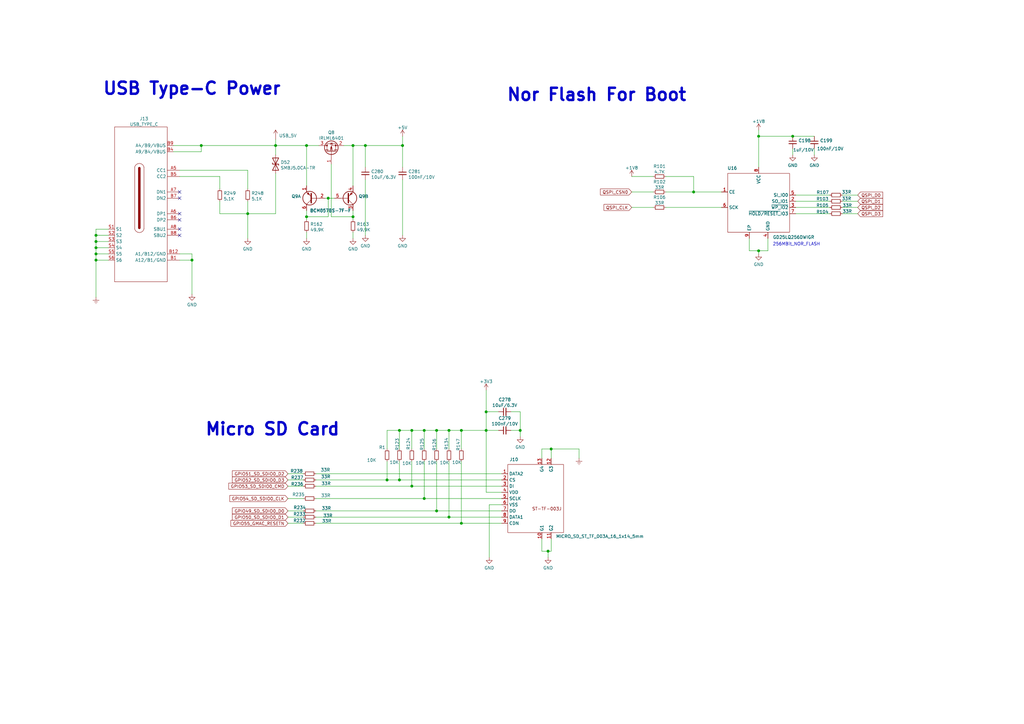
<source format=kicad_sch>
(kicad_sch (version 20210126) (generator eeschema)
  (paper "A3")
  (title_block (title "Beagle V") (date "2021-06-11") (rev "v0.7"))
  (lib_symbols
    (symbol "BeagleV:256MBit_NOR_FLASH"
      (property "Reference" "U" (at -11.43 12.7 0))
      (property "Value" "256MBit_NOR_FLASH" (at 15.24 -15.24 0))
      (symbol "256MBit_NOR_FLASH_0_0"
        (rectangle (start -12.7 11.43) (end 12.7 -12.7) (stroke (width 0.1524)))
      )
      (symbol "256MBit_NOR_FLASH_1_1"
        (pin input line (at -15.24 3.81 0) (length 2.54) (name "CE") (number "1"))
        (pin input line (at 15.24 0 180) (length 2.54) (name "SO_IO1") (number "2"))
        (pin input line (at 15.24 -2.54 180) (length 2.54) (name "~WP_IO2") (number "3"))
        (pin power_in line (at 3.81 -15.24 90) (length 2.54) (name "GND") (number "4"))
        (pin input line (at 15.24 2.54 180) (length 2.54) (name "SI_IO0") (number "5"))
        (pin input line (at -15.24 -2.54 0) (length 2.54) (name "SCK") (number "6"))
        (pin input line (at 15.24 -5.08 180) (length 2.54) (name "~HOLD/RESET_~IO3") (number "7"))
        (pin power_in line (at 0 13.97 270) (length 2.54) (name "VCC") (number "8"))
        (pin power_in line (at -3.81 -15.24 90) (length 2.54) (name "EP") (number "9"))
      )
    )
    (symbol "BeagleV:BCM857BS-7F-F"
      (property "Reference" "U" (at -12.7 8.89 0))
      (property "Value" "BCM857BS-7F-F" (at -10.16 11.43 0))
      (symbol "BCM857BS-7F-F_0_1"
        (circle (center -1.27 0) (radius 2.8194) (stroke (width 0.254)))
        (polyline (pts (xy -1.905 0) (xy -5.08 0)))
        (polyline (pts (xy -1.905 0.635) (xy 0 2.54)))
        (polyline (pts (xy -1.905 -0.635) (xy 0 -2.54) (xy 0 -2.54)))
        (polyline (pts (xy -1.905 1.905) (xy -1.905 -1.905) (xy -1.905 -1.905)) (stroke (width 0.508)))
        (polyline (pts (xy -0.254 -1.778) (xy -0.762 -2.286) (xy -1.27 -1.27) (xy -0.254 -1.778) (xy -0.254 -1.778)) (fill (type outline)))
      )
      (symbol "BCM857BS-7F-F_1_1"
        (pin passive line (at 0 -5.08 90) (length 2.54) (name "") (number "1"))
        (pin input line (at -7.62 0 0) (length 2.54) (name "") (number "2"))
        (pin passive line (at 0 5.08 270) (length 2.54) (name "") (number "6"))
      )
      (symbol "BCM857BS-7F-F_2_1"
        (pin passive line (at 0 5.08 270) (length 2.54) (name "") (number "3"))
        (pin passive line (at 0 -5.08 90) (length 2.54) (name "") (number "4"))
        (pin passive line (at -7.62 0 0) (length 2.54) (name "") (number "5"))
      )
    )
    (symbol "BeagleV:MICRO_SD_ST_TF_003A_16_1x14_5mm"
      (property "Reference" "U" (at -10.287 15.494 0))
      (property "Value" "MICRO_SD_ST_TF_003A_16_1x14_5mm" (at 26.035 -16.256 0))
      (symbol "MICRO_SD_ST_TF_003A_16_1x14_5mm_0_0"
        (text "ST-TF-003J" (at 4.572 -4.191 0) (effects (font (size 1.27 1.27))))
        (rectangle (start -11.43 13.97) (end 11.43 -13.97) (stroke (width 0.1524)))
      )
      (symbol "MICRO_SD_ST_TF_003A_16_1x14_5mm_1_1"
        (pin bidirectional line (at -13.97 10.16 0) (length 2.56) (name "DATA2") (number "1"))
        (pin power_in line (at 2.54 -16.51 90) (length 2.56) (name "G1") (number "10"))
        (pin power_in line (at 6.35 -16.51 90) (length 2.56) (name "G2") (number "11"))
        (pin power_in line (at 6.35 16.51 270) (length 2.56) (name "G3") (number "12"))
        (pin power_in line (at 2.54 16.51 270) (length 2.56) (name "G4") (number "13"))
        (pin input line (at -13.97 7.62 0) (length 2.56) (name "CS") (number "2"))
        (pin input line (at -13.97 5.08 0) (length 2.56) (name "DI") (number "3"))
        (pin power_in line (at -13.97 2.54 0) (length 2.56) (name "VDD") (number "4"))
        (pin input line (at -13.97 0 0) (length 2.56) (name "SCLK") (number "5"))
        (pin power_in line (at -13.97 -2.54 0) (length 2.56) (name "VSS") (number "6"))
        (pin bidirectional line (at -13.97 -5.08 0) (length 2.56) (name "DO") (number "7"))
        (pin bidirectional line (at -13.97 -7.62 0) (length 2.56) (name "DATA1") (number "8"))
        (pin output line (at -13.97 -10.16 0) (length 2.56) (name "CDN") (number "9"))
      )
    )
    (symbol "BeagleV:USB_5V" (power) (pin_numbers hide) (pin_names hide) (in_bom no) (on_board no)
      (property "Value" "USB_5V" (at 0 5.08 0))
      (symbol "USB_5V_0_1"
        (polyline (pts (xy 0 0) (xy 0 3.81)))
        (polyline (pts (xy 0 3.81) (xy -0.762 2.54)))
        (polyline (pts (xy 0 3.81) (xy 0.762 2.54)))
      )
      (symbol "USB_5V_1_1"
        (pin power_out line (at 0 0 90) (length 0) hide (name "USB_5V") (number "1"))
      )
    )
    (symbol "BeagleV:USB_TYPE_C"
      (property "Reference" "U" (at -8.89 33.02 0))
      (property "Value" "USB_TYPE_C" (at -3.81 30.48 0))
      (symbol "USB_TYPE_C_0_0"
        (arc (start 1.905 -12.573) (end -1.905 -12.573) (radius (at 0 -12.1395) (length 1.9537) (angles -12.8 -167.2)) (stroke (width 0.1524)))
        (arc (start -1.905 12.7) (end 1.905 12.7) (radius (at 0 12.2854) (length 1.9496) (angles 167.7 12.3)) (stroke (width 0.1524)))
        (rectangle (start -10.16 29.21) (end 11.43 -34.29) (stroke (width 0.1524)))
        (polyline (pts (xy -1.905 12.7) (xy -1.905 -12.573)) (stroke (width 0.1524)))
        (polyline (pts (xy 0 12.319) (xy 0 -12.192)) (stroke (width 1)))
        (polyline (pts (xy 1.905 12.7) (xy 1.905 -12.573)) (stroke (width 0.1524)))
      )
      (symbol "USB_TYPE_C_1_1"
        (pin input line (at 16.51 11.43 180) (length 5) (name "CC1") (number "A5"))
        (pin bidirectional line (at 16.51 -6.35 180) (length 5) (name "DP1") (number "A6"))
        (pin bidirectional line (at 16.51 2.54 180) (length 5) (name "DN1") (number "A7"))
        (pin bidirectional line (at 16.51 -12.7 180) (length 5) (name "SBU1") (number "A8"))
        (pin power_in line (at 16.51 -25.4 180) (length 5) (name "A12/B1/GND") (number "B1"))
        (pin power_in line (at 16.51 -22.86 180) (length 5) (name "A1/B12/GND") (number "B12"))
        (pin power_in line (at 13.97 19.05 180) (length 2.54) (name "A9/B4/VBUS") (number "B4"))
        (pin input line (at 16.51 8.89 180) (length 5) (name "CC2") (number "B5"))
        (pin bidirectional line (at 16.51 -8.89 180) (length 5) (name "DP2") (number "B6"))
        (pin bidirectional line (at 16.51 0 180) (length 5) (name "DN2") (number "B7"))
        (pin bidirectional line (at 16.51 -15.24 180) (length 5) (name "SBU2") (number "B8"))
        (pin power_in line (at 13.97 21.59 180) (length 2.54) (name "A4/B9/VBUS") (number "B9"))
        (pin power_in line (at -12.7 -12.7 0) (length 2.54) (name "S1") (number "S1"))
        (pin power_in line (at -12.7 -15.24 0) (length 2.54) (name "S2") (number "S2"))
        (pin power_in line (at -12.7 -17.78 0) (length 2.54) (name "S3") (number "S3"))
        (pin power_in line (at -12.7 -20.32 0) (length 2.54) (name "S4") (number "S4"))
        (pin power_in line (at -12.7 -22.86 0) (length 2.54) (name "S5") (number "S5"))
        (pin power_in line (at -12.7 -25.4 0) (length 2.54) (name "S6") (number "S6"))
      )
    )
    (symbol "Device:C_Small" (pin_numbers hide) (pin_names (offset 0.254) hide)
      (property "Reference" "C" (at 0.254 1.778 0))
      (property "Value" "C_Small" (at 0.254 -2.032 0))
      (symbol "C_Small_0_1"
        (polyline (pts (xy -1.524 -0.508) (xy 1.524 -0.508)) (stroke (width 0.3302)))
        (polyline (pts (xy -1.524 0.508) (xy 1.524 0.508)) (stroke (width 0.3048)))
      )
      (symbol "C_Small_1_1"
        (pin passive line (at 0 2.54 270) (length 2.032) (name "~") (number "1"))
        (pin passive line (at 0 -2.54 90) (length 2.032) (name "~") (number "2"))
      )
    )
    (symbol "Device:D_TVS" (pin_numbers hide) (pin_names (offset 1.016) hide)
      (property "Reference" "D" (at 0 2.54 0))
      (property "Value" "D_TVS" (at 0 -2.54 0))
      (symbol "D_TVS_0_1"
        (polyline (pts (xy 1.27 0) (xy -1.27 0)))
        (polyline (pts (xy 0.508 1.27) (xy 0 1.27) (xy 0 -1.27) (xy -0.508 -1.27)) (stroke (width 0.254)))
        (polyline (pts (xy -2.54 1.27) (xy -2.54 -1.27) (xy 2.54 1.27) (xy 2.54 -1.27) (xy -2.54 1.27)) (stroke (width 0.254)))
      )
      (symbol "D_TVS_1_1"
        (pin passive line (at -3.81 0 0) (length 2.54) (name "A1") (number "1"))
        (pin passive line (at 3.81 0 180) (length 2.54) (name "A2") (number "2"))
      )
    )
    (symbol "Device:R_Small" (pin_numbers hide) (pin_names (offset 0.254) hide)
      (property "Reference" "R" (at 0.762 0.508 0))
      (property "Value" "R_Small" (at 0.762 -1.016 0))
      (symbol "R_Small_0_1"
        (rectangle (start -0.762 1.778) (end 0.762 -1.778) (stroke (width 0.2032)))
      )
      (symbol "R_Small_1_1"
        (pin passive line (at 0 2.54 270) (length 0.762) (name "~") (number "1"))
        (pin passive line (at 0 -2.54 90) (length 0.762) (name "~") (number "2"))
      )
    )
    (symbol "Transistor_FET:IRLML6401" (pin_names hide)
      (property "Reference" "Q" (at 5.08 1.905 0))
      (property "Value" "IRLML6401" (at 5.08 0 0))
      (symbol "IRLML6401_0_1"
        (circle (center 1.651 0) (radius 2.794) (stroke (width 0.254)))
        (circle (center 2.54 -1.778) (radius 0.254) (fill (type outline)))
        (circle (center 2.54 1.778) (radius 0.254) (fill (type outline)))
        (polyline (pts (xy 0.254 0) (xy -2.54 0)))
        (polyline (pts (xy 0.254 1.905) (xy 0.254 -1.905)) (stroke (width 0.254)))
        (polyline (pts (xy 0.762 -1.27) (xy 0.762 -2.286)) (stroke (width 0.254)))
        (polyline (pts (xy 0.762 0.508) (xy 0.762 -0.508)) (stroke (width 0.254)))
        (polyline (pts (xy 0.762 2.286) (xy 0.762 1.27)) (stroke (width 0.254)))
        (polyline (pts (xy 2.54 2.54) (xy 2.54 1.778)))
        (polyline (pts (xy 2.54 -2.54) (xy 2.54 0) (xy 0.762 0)))
        (polyline (pts (xy 0.762 1.778) (xy 3.302 1.778) (xy 3.302 -1.778) (xy 0.762 -1.778)))
        (polyline (pts (xy 2.794 -0.508) (xy 2.921 -0.381) (xy 3.683 -0.381) (xy 3.81 -0.254)))
        (polyline (pts (xy 3.302 -0.381) (xy 2.921 0.254) (xy 3.683 0.254) (xy 3.302 -0.381)))
        (polyline (pts (xy 2.286 0) (xy 1.27 0.381) (xy 1.27 -0.381) (xy 2.286 0)) (fill (type outline)))
      )
      (symbol "IRLML6401_1_1"
        (pin input line (at -5.08 0 0) (length 2.54) (name "G") (number "1"))
        (pin passive line (at 2.54 -5.08 90) (length 2.54) (name "S") (number "2"))
        (pin passive line (at 2.54 5.08 270) (length 2.54) (name "D") (number "3"))
      )
    )
    (symbol "power:+1V8" (power) (pin_names (offset 0))
      (property "Value" "+1V8" (at 0 3.556 0))
      (symbol "+1V8_0_1"
        (polyline (pts (xy -0.762 1.27) (xy 0 2.54)))
        (polyline (pts (xy 0 0) (xy 0 2.54)))
        (polyline (pts (xy 0 2.54) (xy 0.762 1.27)))
      )
      (symbol "+1V8_1_1"
        (pin power_in line (at 0 0 90) (length 0) hide (name "+1V8") (number "1"))
      )
    )
    (symbol "power:+3V3" (power) (pin_names (offset 0))
      (property "Value" "+3V3" (at 0 3.556 0))
      (symbol "+3V3_0_1"
        (polyline (pts (xy -0.762 1.27) (xy 0 2.54)))
        (polyline (pts (xy 0 0) (xy 0 2.54)))
        (polyline (pts (xy 0 2.54) (xy 0.762 1.27)))
      )
      (symbol "+3V3_1_1"
        (pin power_in line (at 0 0 90) (length 0) hide (name "+3V3") (number "1"))
      )
    )
    (symbol "power:+5V" (power) (pin_names (offset 0))
      (property "Value" "+5V" (at 0 3.556 0))
      (symbol "+5V_0_1"
        (polyline (pts (xy -0.762 1.27) (xy 0 2.54)))
        (polyline (pts (xy 0 0) (xy 0 2.54)))
        (polyline (pts (xy 0 2.54) (xy 0.762 1.27)))
      )
      (symbol "+5V_1_1"
        (pin power_in line (at 0 0 90) (length 0) hide (name "+5V") (number "1"))
      )
    )
    (symbol "power:Earth" (power) (pin_names (offset 0))
      (symbol "Earth_0_1"
        (polyline (pts (xy -0.635 -1.905) (xy 0.635 -1.905)))
        (polyline (pts (xy -0.127 -2.54) (xy 0.127 -2.54)))
        (polyline (pts (xy 0 -1.27) (xy 0 0)))
        (polyline (pts (xy 1.27 -1.27) (xy -1.27 -1.27)))
      )
      (symbol "Earth_1_1"
        (pin power_in line (at 0 0 270) (length 0) hide (name "Earth") (number "1"))
      )
    )
    (symbol "power:GND" (power) (pin_names (offset 0))
      (property "Value" "GND" (at 0 -3.81 0))
      (symbol "GND_0_1"
        (polyline (pts (xy 0 0) (xy 0 -1.27) (xy 1.27 -1.27) (xy 0 -2.54) (xy -1.27 -1.27) (xy 0 -1.27)))
      )
      (symbol "GND_1_1"
        (pin power_in line (at 0 0 270) (length 0) hide (name "GND") (number "1"))
      )
    )
  )
  (junction (at 39.37 96.52) (diameter 1.016))
  (junction (at 39.37 99.06) (diameter 1.016))
  (junction (at 39.37 101.6) (diameter 1.016))
  (junction (at 39.37 104.14) (diameter 1.016))
  (junction (at 39.37 106.68) (diameter 1.016))
  (junction (at 78.74 106.68) (diameter 1.016))
  (junction (at 82.55 59.69) (diameter 1.016))
  (junction (at 101.6 87.63) (diameter 1.016))
  (junction (at 113.03 59.69) (diameter 1.016))
  (junction (at 125.73 59.69) (diameter 1.016))
  (junction (at 125.73 88.9) (diameter 1.016))
  (junction (at 134.62 81.28) (diameter 1.016))
  (junction (at 144.78 59.69) (diameter 1.016))
  (junction (at 144.78 88.9) (diameter 1.016))
  (junction (at 149.86 59.69) (diameter 1.016))
  (junction (at 158.75 196.85) (diameter 1.016))
  (junction (at 163.83 176.53) (diameter 1.016))
  (junction (at 163.83 196.85) (diameter 1.016))
  (junction (at 165.1 59.69) (diameter 1.016))
  (junction (at 168.91 176.53) (diameter 1.016))
  (junction (at 168.91 199.39) (diameter 1.016))
  (junction (at 173.99 176.53) (diameter 1.016))
  (junction (at 173.99 204.47) (diameter 1.016))
  (junction (at 179.07 176.53) (diameter 1.016))
  (junction (at 179.07 209.55) (diameter 1.016))
  (junction (at 184.15 176.53) (diameter 1.016))
  (junction (at 184.15 212.09) (diameter 1.016))
  (junction (at 189.23 176.53) (diameter 1.016))
  (junction (at 189.23 214.63) (diameter 1.016))
  (junction (at 199.39 168.91) (diameter 1.016))
  (junction (at 199.39 176.53) (diameter 1.016))
  (junction (at 213.36 176.53) (diameter 1.016))
  (junction (at 224.79 226.06) (diameter 1.016))
  (junction (at 226.06 184.15) (diameter 1.016))
  (junction (at 284.48 78.74) (diameter 1.016))
  (junction (at 311.15 55.88) (diameter 1.016))
  (junction (at 311.15 102.87) (diameter 1.016))
  (junction (at 325.12 55.88) (diameter 1.016))
  (no_connect (at 73.66 78.74))
  (no_connect (at 73.66 81.28))
  (no_connect (at 73.66 87.63))
  (no_connect (at 73.66 90.17))
  (no_connect (at 73.66 93.98))
  (no_connect (at 73.66 96.52))
  (wire (pts (xy 39.37 93.98) (xy 39.37 96.52)))
  (wire (pts (xy 39.37 96.52) (xy 39.37 99.06)))
  (wire (pts (xy 39.37 96.52) (xy 44.45 96.52)))
  (wire (pts (xy 39.37 99.06) (xy 39.37 101.6)))
  (wire (pts (xy 39.37 99.06) (xy 44.45 99.06)))
  (wire (pts (xy 39.37 101.6) (xy 39.37 104.14)))
  (wire (pts (xy 39.37 101.6) (xy 44.45 101.6)))
  (wire (pts (xy 39.37 104.14) (xy 39.37 106.68)))
  (wire (pts (xy 39.37 104.14) (xy 44.45 104.14)))
  (wire (pts (xy 39.37 106.68) (xy 39.37 121.92)))
  (wire (pts (xy 39.37 106.68) (xy 44.45 106.68)))
  (wire (pts (xy 44.45 93.98) (xy 39.37 93.98)))
  (wire (pts (xy 71.12 59.69) (xy 82.55 59.69)))
  (wire (pts (xy 71.12 62.23) (xy 82.55 62.23)))
  (wire (pts (xy 73.66 69.85) (xy 101.6 69.85)))
  (wire (pts (xy 73.66 72.39) (xy 90.17 72.39)))
  (wire (pts (xy 73.66 104.14) (xy 78.74 104.14)))
  (wire (pts (xy 78.74 104.14) (xy 78.74 106.68)))
  (wire (pts (xy 78.74 106.68) (xy 73.66 106.68)))
  (wire (pts (xy 78.74 106.68) (xy 78.74 120.65)))
  (wire (pts (xy 82.55 59.69) (xy 113.03 59.69)))
  (wire (pts (xy 82.55 62.23) (xy 82.55 59.69)))
  (wire (pts (xy 90.17 72.39) (xy 90.17 77.47)))
  (wire (pts (xy 90.17 82.55) (xy 90.17 87.63)))
  (wire (pts (xy 90.17 87.63) (xy 101.6 87.63)))
  (wire (pts (xy 101.6 69.85) (xy 101.6 77.47)))
  (wire (pts (xy 101.6 87.63) (xy 101.6 82.55)))
  (wire (pts (xy 101.6 87.63) (xy 101.6 97.79)))
  (wire (pts (xy 101.6 87.63) (xy 113.03 87.63)))
  (wire (pts (xy 113.03 57.15) (xy 113.03 59.69)))
  (wire (pts (xy 113.03 59.69) (xy 113.03 63.5)))
  (wire (pts (xy 113.03 59.69) (xy 125.73 59.69)))
  (wire (pts (xy 113.03 71.12) (xy 113.03 87.63)))
  (wire (pts (xy 118.11 194.31) (xy 124.46 194.31)))
  (wire (pts (xy 118.11 196.85) (xy 124.46 196.85)))
  (wire (pts (xy 118.11 199.39) (xy 124.46 199.39)))
  (wire (pts (xy 118.11 204.47) (xy 124.46 204.47)))
  (wire (pts (xy 118.11 209.55) (xy 124.46 209.55)))
  (wire (pts (xy 118.11 212.09) (xy 124.46 212.09)))
  (wire (pts (xy 118.11 214.63) (xy 124.46 214.63)))
  (wire (pts (xy 125.73 59.69) (xy 125.73 76.2)))
  (wire (pts (xy 125.73 59.69) (xy 130.81 59.69)))
  (wire (pts (xy 125.73 86.36) (xy 125.73 88.9)))
  (wire (pts (xy 125.73 88.9) (xy 125.73 90.17)))
  (wire (pts (xy 125.73 88.9) (xy 134.62 88.9)))
  (wire (pts (xy 125.73 95.25) (xy 125.73 97.79)))
  (wire (pts (xy 129.54 194.31) (xy 205.74 194.31)))
  (wire (pts (xy 129.54 196.85) (xy 158.75 196.85)))
  (wire (pts (xy 129.54 199.39) (xy 168.91 199.39)))
  (wire (pts (xy 129.54 204.47) (xy 173.99 204.47)))
  (wire (pts (xy 129.54 209.55) (xy 179.07 209.55)))
  (wire (pts (xy 129.54 212.09) (xy 184.15 212.09)))
  (wire (pts (xy 129.54 214.63) (xy 189.23 214.63)))
  (wire (pts (xy 133.35 81.28) (xy 134.62 81.28)))
  (wire (pts (xy 134.62 81.28) (xy 137.16 81.28)))
  (wire (pts (xy 134.62 88.9) (xy 134.62 81.28)))
  (wire (pts (xy 135.89 88.9) (xy 135.89 67.31)))
  (wire (pts (xy 140.97 59.69) (xy 144.78 59.69)))
  (wire (pts (xy 144.78 59.69) (xy 144.78 76.2)))
  (wire (pts (xy 144.78 59.69) (xy 149.86 59.69)))
  (wire (pts (xy 144.78 86.36) (xy 144.78 88.9)))
  (wire (pts (xy 144.78 88.9) (xy 135.89 88.9)))
  (wire (pts (xy 144.78 88.9) (xy 144.78 90.17)))
  (wire (pts (xy 144.78 95.25) (xy 144.78 97.79)))
  (wire (pts (xy 149.86 59.69) (xy 149.86 68.58)))
  (wire (pts (xy 149.86 73.66) (xy 149.86 96.52)))
  (wire (pts (xy 158.75 176.53) (xy 163.83 176.53)))
  (wire (pts (xy 158.75 184.15) (xy 158.75 176.53)))
  (wire (pts (xy 158.75 189.23) (xy 158.75 196.85)))
  (wire (pts (xy 158.75 196.85) (xy 163.83 196.85)))
  (wire (pts (xy 163.83 176.53) (xy 163.83 184.15)))
  (wire (pts (xy 163.83 176.53) (xy 168.91 176.53)))
  (wire (pts (xy 163.83 189.23) (xy 163.83 196.85)))
  (wire (pts (xy 163.83 196.85) (xy 205.74 196.85)))
  (wire (pts (xy 165.1 55.88) (xy 165.1 59.69)))
  (wire (pts (xy 165.1 59.69) (xy 149.86 59.69)))
  (wire (pts (xy 165.1 68.58) (xy 165.1 59.69)))
  (wire (pts (xy 165.1 73.66) (xy 165.1 96.52)))
  (wire (pts (xy 168.91 176.53) (xy 168.91 184.15)))
  (wire (pts (xy 168.91 176.53) (xy 173.99 176.53)))
  (wire (pts (xy 168.91 189.23) (xy 168.91 199.39)))
  (wire (pts (xy 168.91 199.39) (xy 205.74 199.39)))
  (wire (pts (xy 173.99 176.53) (xy 173.99 184.15)))
  (wire (pts (xy 173.99 176.53) (xy 179.07 176.53)))
  (wire (pts (xy 173.99 189.23) (xy 173.99 204.47)))
  (wire (pts (xy 173.99 204.47) (xy 205.74 204.47)))
  (wire (pts (xy 179.07 176.53) (xy 179.07 184.15)))
  (wire (pts (xy 179.07 176.53) (xy 184.15 176.53)))
  (wire (pts (xy 179.07 189.23) (xy 179.07 209.55)))
  (wire (pts (xy 179.07 209.55) (xy 205.74 209.55)))
  (wire (pts (xy 184.15 176.53) (xy 184.15 184.15)))
  (wire (pts (xy 184.15 176.53) (xy 189.23 176.53)))
  (wire (pts (xy 184.15 189.23) (xy 184.15 212.09)))
  (wire (pts (xy 184.15 212.09) (xy 205.74 212.09)))
  (wire (pts (xy 189.23 176.53) (xy 189.23 184.15)))
  (wire (pts (xy 189.23 176.53) (xy 199.39 176.53)))
  (wire (pts (xy 189.23 189.23) (xy 189.23 214.63)))
  (wire (pts (xy 189.23 214.63) (xy 205.74 214.63)))
  (wire (pts (xy 199.39 160.02) (xy 199.39 168.91)))
  (wire (pts (xy 199.39 168.91) (xy 204.47 168.91)))
  (wire (pts (xy 199.39 176.53) (xy 199.39 168.91)))
  (wire (pts (xy 199.39 176.53) (xy 204.47 176.53)))
  (wire (pts (xy 199.39 201.93) (xy 199.39 176.53)))
  (wire (pts (xy 200.66 207.01) (xy 200.66 228.6)))
  (wire (pts (xy 205.74 201.93) (xy 199.39 201.93)))
  (wire (pts (xy 205.74 207.01) (xy 200.66 207.01)))
  (wire (pts (xy 209.55 176.53) (xy 213.36 176.53)))
  (wire (pts (xy 213.36 168.91) (xy 209.55 168.91)))
  (wire (pts (xy 213.36 176.53) (xy 213.36 168.91)))
  (wire (pts (xy 213.36 176.53) (xy 213.36 179.07)))
  (wire (pts (xy 222.25 184.15) (xy 226.06 184.15)))
  (wire (pts (xy 222.25 187.96) (xy 222.25 184.15)))
  (wire (pts (xy 222.25 220.98) (xy 222.25 226.06)))
  (wire (pts (xy 222.25 226.06) (xy 224.79 226.06)))
  (wire (pts (xy 224.79 226.06) (xy 224.79 228.6)))
  (wire (pts (xy 224.79 226.06) (xy 226.06 226.06)))
  (wire (pts (xy 226.06 184.15) (xy 226.06 187.96)))
  (wire (pts (xy 226.06 184.15) (xy 237.49 184.15)))
  (wire (pts (xy 226.06 226.06) (xy 226.06 220.98)))
  (wire (pts (xy 237.49 184.15) (xy 237.49 187.96)))
  (wire (pts (xy 259.08 72.39) (xy 267.97 72.39)))
  (wire (pts (xy 259.08 78.74) (xy 267.97 78.74)))
  (wire (pts (xy 259.08 85.09) (xy 267.97 85.09)))
  (wire (pts (xy 273.05 72.39) (xy 284.48 72.39)))
  (wire (pts (xy 273.05 78.74) (xy 284.48 78.74)))
  (wire (pts (xy 273.05 85.09) (xy 295.91 85.09)))
  (wire (pts (xy 284.48 72.39) (xy 284.48 78.74)))
  (wire (pts (xy 284.48 78.74) (xy 295.91 78.74)))
  (wire (pts (xy 307.34 97.79) (xy 307.34 102.87)))
  (wire (pts (xy 307.34 102.87) (xy 311.15 102.87)))
  (wire (pts (xy 311.15 53.34) (xy 311.15 55.88)))
  (wire (pts (xy 311.15 55.88) (xy 325.12 55.88)))
  (wire (pts (xy 311.15 68.58) (xy 311.15 55.88)))
  (wire (pts (xy 311.15 102.87) (xy 311.15 104.14)))
  (wire (pts (xy 311.15 102.87) (xy 314.96 102.87)))
  (wire (pts (xy 314.96 102.87) (xy 314.96 97.79)))
  (wire (pts (xy 325.12 55.88) (xy 334.01 55.88)))
  (wire (pts (xy 325.12 60.96) (xy 325.12 63.5)))
  (wire (pts (xy 326.39 80.01) (xy 340.36 80.01)))
  (wire (pts (xy 326.39 82.55) (xy 340.36 82.55)))
  (wire (pts (xy 326.39 85.09) (xy 340.36 85.09)))
  (wire (pts (xy 326.39 87.63) (xy 340.36 87.63)))
  (wire (pts (xy 334.01 60.96) (xy 334.01 63.5)))
  (wire (pts (xy 345.44 80.01) (xy 351.79 80.01)))
  (wire (pts (xy 345.44 82.55) (xy 351.79 82.55)))
  (wire (pts (xy 345.44 85.09) (xy 351.79 85.09)))
  (wire (pts (xy 345.44 87.63) (xy 351.79 87.63)))
  (text "USB Type-C Power" (at 115.57 39.37 180) (effects (font (size 5 5) (thickness 1) bold) (justify right bottom)))
  (text "Micro SD Card" (at 139.7 179.07 180) (effects (font (size 5 5) (thickness 1) bold) (justify right bottom)))
  (text "Nor Flash For Boot\n" (at 281.94 41.91 180) (effects (font (size 5 5) (thickness 1) bold) (justify right bottom)))
  (text "256MBit_NOR_FLASH" (at 336.423 100.965 180) (effects (font (size 1.27 1.27)) (justify right bottom)))
  (global_label "GPIO51_SD_SDIO0_D2" (shape input) (at 118.11 194.31 180) (property "Intersheet References" "${INTERSHEET_REFS}" (effects hide)))
  (global_label "GPIO52_SD_SDIO0_D3" (shape input) (at 118.11 196.85 180) (property "Intersheet References" "${INTERSHEET_REFS}" (effects hide)))
  (global_label "GPIO53_SD_SDIO0_CMD" (shape input) (at 118.11 199.39 180) (property "Intersheet References" "${INTERSHEET_REFS}" (effects hide)))
  (global_label "GPIO54_SD_SDIO0_CLK" (shape input) (at 118.11 204.47 180) (property "Intersheet References" "${INTERSHEET_REFS}" (effects hide)))
  (global_label "GPIO49_SD_SDIO0_D0" (shape input) (at 118.11 209.55 180) (property "Intersheet References" "${INTERSHEET_REFS}" (effects hide)))
  (global_label "GPIO50_SD_SDIO0_D1" (shape input) (at 118.11 212.09 180) (property "Intersheet References" "${INTERSHEET_REFS}" (effects hide)))
  (global_label "GPIO55_GMAC_RESETN" (shape input) (at 118.11 214.63 180) (property "Intersheet References" "${INTERSHEET_REFS}" (effects hide)))
  (global_label "QSPI_CSN0" (shape input) (at 259.08 78.74 180) (property "Intersheet References" "${INTERSHEET_REFS}" (effects hide)))
  (global_label "QSPI_CLK" (shape input) (at 259.08 85.09 180) (property "Intersheet References" "${INTERSHEET_REFS}" (effects hide)))
  (global_label "QSPI_D0" (shape input) (at 351.79 80.01 0) (property "Intersheet References" "${INTERSHEET_REFS}" (effects hide)))
  (global_label "QSPI_D1" (shape input) (at 351.79 82.55 0) (property "Intersheet References" "${INTERSHEET_REFS}" (effects hide)))
  (global_label "QSPI_D2" (shape input) (at 351.79 85.09 0) (property "Intersheet References" "${INTERSHEET_REFS}" (effects hide)))
  (global_label "QSPI_D3" (shape input) (at 351.79 87.63 0) (property "Intersheet References" "${INTERSHEET_REFS}" (effects hide)))
  (symbol (lib_id "power:+5V") (at 165.1 55.88 0) (unit 1)
    (property "Reference" "#PWR0405" (effects hide))
    (property "Value" "+5V" (at 165.1 52.3326 0))
  )
  (symbol (lib_id "power:+3V3") (at 199.39 160.02 0) (unit 1)
    (property "Reference" "#PWR0400" (effects hide))
    (property "Value" "+3V3" (at 199.39 156.4726 0))
  )
  (symbol (lib_id "power:+1V8") (at 259.08 72.39 0) (unit 1)
    (property "Reference" "#PWR0408" (effects hide))
    (property "Value" "+1V8" (at 259.08 68.8426 0))
  )
  (symbol (lib_id "power:+1V8") (at 311.15 53.34 0) (unit 1)
    (property "Reference" "#PWR0406" (effects hide))
    (property "Value" "+1V8" (at 311.15 49.7926 0))
  )
  (symbol (lib_id "BeagleV:USB_5V") (at 113.03 57.15 0) (unit 1)
    (property "Reference" "#P022" (effects hide))
    (property "Value" "USB_5V" (at 114.4271 55.6335 0) (effects (justify left)))
  )
  (symbol (lib_id "power:Earth") (at 39.37 121.92 0) (unit 1)
    (property "Reference" "#PWR0393" (effects hide))
    (property "Value" "Earth" (effects hide))
  )
  (symbol (lib_id "power:GND") (at 78.74 120.65 0) (unit 1)
    (property "Reference" "#PWR0394" (effects hide))
    (property "Value" "GND" (at 78.74 124.9744 0))
  )
  (symbol (lib_id "power:GND") (at 101.6 97.79 0) (unit 1)
    (property "Reference" "#PWR0395" (effects hide))
    (property "Value" "GND" (at 101.6 102.1144 0))
  )
  (symbol (lib_id "power:GND") (at 125.73 97.79 0) (unit 1)
    (property "Reference" "#PWR0396" (effects hide))
    (property "Value" "GND" (at 125.73 102.1144 0))
  )
  (symbol (lib_id "power:GND") (at 144.78 97.79 0) (unit 1)
    (property "Reference" "#PWR0399" (effects hide))
    (property "Value" "GND" (at 144.78 102.1144 0))
  )
  (symbol (lib_id "power:GND") (at 149.86 96.52 0) (unit 1)
    (property "Reference" "#PWR0398" (effects hide))
    (property "Value" "GND" (at 149.86 100.8444 0))
  )
  (symbol (lib_id "power:GND") (at 165.1 96.52 0) (unit 1)
    (property "Reference" "#PWR0397" (effects hide))
    (property "Value" "GND" (at 165.1 100.8444 0))
  )
  (symbol (lib_id "power:GND") (at 200.66 228.6 0) (unit 1)
    (property "Reference" "#PWR0401" (effects hide))
    (property "Value" "GND" (at 200.66 232.9244 0))
  )
  (symbol (lib_id "power:GND") (at 213.36 179.07 0) (unit 1)
    (property "Reference" "#PWR0404" (effects hide))
    (property "Value" "GND" (at 213.36 183.3944 0))
  )
  (symbol (lib_id "power:GND") (at 224.79 228.6 0) (unit 1)
    (property "Reference" "#PWR0402" (effects hide))
    (property "Value" "GND" (at 224.79 232.9244 0))
  )
  (symbol (lib_id "power:Earth") (at 237.49 187.96 0) (unit 1)
    (property "Reference" "#PWR0403" (effects hide))
    (property "Value" "Earth" (effects hide))
  )
  (symbol (lib_id "power:GND") (at 311.15 104.14 0) (unit 1)
    (property "Reference" "#PWR0407" (effects hide))
    (property "Value" "GND" (at 311.15 108.4644 0))
  )
  (symbol (lib_id "power:GND") (at 325.12 63.5 0) (unit 1)
    (property "Reference" "#PWR0410" (effects hide))
    (property "Value" "GND" (at 325.12 67.8244 0))
  )
  (symbol (lib_id "power:GND") (at 334.01 63.5 0) (unit 1)
    (property "Reference" "#PWR0409" (effects hide))
    (property "Value" "GND" (at 334.01 67.8244 0))
  )
  (symbol (lib_id "Device:R_Small") (at 90.17 80.01 180) (unit 1)
    (property "Reference" "R249" (at 91.6687 79.2491 0) (effects (justify right)))
    (property "Value" "5.1K" (at 91.6687 81.5478 0) (effects (justify right)))
    (property "Footprint" "Resistor_SMD:R_0402_1005Metric" (effects hide))
  )
  (symbol (lib_id "Device:R_Small") (at 101.6 80.01 180) (unit 1)
    (property "Reference" "R248" (at 103.0987 79.2491 0) (effects (justify right)))
    (property "Value" "5.1K" (at 103.0987 81.5478 0) (effects (justify right)))
    (property "Footprint" "Resistor_SMD:R_0402_1005Metric" (effects hide))
  )
  (symbol (lib_id "Device:R_Small") (at 125.73 92.71 180) (unit 1)
    (property "Reference" "R162" (at 127.2287 91.9491 0) (effects (justify right)))
    (property "Value" "49.9K" (at 127.2287 94.2478 0) (effects (justify right)))
    (property "Footprint" "Resistor_SMD:R_0402_1005Metric" (effects hide))
  )
  (symbol (lib_id "Device:R_Small") (at 127 194.31 90) (unit 1)
    (property "Reference" "R238" (at 121.666 193.1882 90))
    (property "Value" "33R" (at 133.477 192.6929 90))
    (property "Footprint" "Resistor_SMD:R_0201_0603Metric" (effects hide))
  )
  (symbol (lib_id "Device:R_Small") (at 127 196.85 90) (unit 1)
    (property "Reference" "R237" (at 121.92 195.8552 90))
    (property "Value" "33R" (at 133.604 195.4869 90))
    (property "Footprint" "Resistor_SMD:R_0201_0603Metric" (effects hide))
  )
  (symbol (lib_id "Device:R_Small") (at 127 199.39 90) (unit 1)
    (property "Reference" "R236" (at 121.92 198.5222 90))
    (property "Value" "33R" (at 133.731 198.2809 90))
    (property "Footprint" "Resistor_SMD:R_0201_0603Metric" (effects hide))
  )
  (symbol (lib_id "Device:R_Small") (at 127 204.47 90) (unit 1)
    (property "Reference" "R235" (at 122.428 202.8402 90))
    (property "Value" "33R" (at 133.604 203.2339 90))
    (property "Footprint" "Resistor_SMD:R_0201_0603Metric" (effects hide))
  )
  (symbol (lib_id "Device:R_Small") (at 127 209.55 90) (unit 1)
    (property "Reference" "R234" (at 122.936 208.1742 90))
    (property "Value" "33R" (at 133.858 208.4409 90))
    (property "Footprint" "Resistor_SMD:R_0201_0603Metric" (effects hide))
  )
  (symbol (lib_id "Device:R_Small") (at 127 212.09 90) (unit 1)
    (property "Reference" "R233" (at 122.809 210.8412 90))
    (property "Value" "33R" (at 134.493 211.4889 90))
    (property "Footprint" "Resistor_SMD:R_0201_0603Metric" (effects hide))
  )
  (symbol (lib_id "Device:R_Small") (at 127 214.63 90) (unit 1)
    (property "Reference" "R232" (at 122.809 213.5082 90))
    (property "Value" "33R" (at 133.985 213.6479 90))
    (property "Footprint" "Resistor_SMD:R_0201_0603Metric" (effects hide))
  )
  (symbol (lib_id "Device:R_Small") (at 144.78 92.71 180) (unit 1)
    (property "Reference" "R163" (at 146.2787 91.9491 0) (effects (justify right)))
    (property "Value" "49.9K" (at 146.2787 94.2478 0) (effects (justify right)))
    (property "Footprint" "Resistor_SMD:R_0402_1005Metric" (effects hide))
  )
  (symbol (lib_id "Device:R_Small") (at 158.75 186.69 180) (unit 1)
    (property "Reference" "R1" (at 155.4227 183.5161 0) (effects (justify right)))
    (property "Value" "10K" (at 150.4697 188.7358 0) (effects (justify right)))
    (property "Footprint" "Resistor_SMD:R_0201_0603Metric" (effects hide))
  )
  (symbol (lib_id "Device:R_Small") (at 163.83 186.69 180) (unit 1)
    (property "Reference" "R123" (at 162.9157 184.7861 90) (effects (justify right)))
    (property "Value" "10K" (at 159.7407 189.6248 0) (effects (justify right)))
    (property "Footprint" "Resistor_SMD:R_0201_0603Metric" (effects hide))
  )
  (symbol (lib_id "Device:R_Small") (at 168.91 186.69 180) (unit 1)
    (property "Reference" "R124" (at 167.4877 184.5321 90) (effects (justify right)))
    (property "Value" "10K" (at 164.9477 190.0058 0) (effects (justify right)))
    (property "Footprint" "Resistor_SMD:R_0201_0603Metric" (effects hide))
  )
  (symbol (lib_id "Device:R_Small") (at 173.99 186.69 180) (unit 1)
    (property "Reference" "R125" (at 173.0757 184.7861 90) (effects (justify right)))
    (property "Value" "10K" (at 170.4087 189.8788 0) (effects (justify right)))
    (property "Footprint" "Resistor_SMD:R_0201_0603Metric" (effects hide))
  )
  (symbol (lib_id "Device:R_Small") (at 179.07 186.69 180) (unit 1)
    (property "Reference" "R126" (at 178.1557 184.9131 90) (effects (justify right)))
    (property "Value" "10K" (at 175.3617 189.7518 0) (effects (justify right)))
    (property "Footprint" "Resistor_SMD:R_0201_0603Metric" (effects hide))
  )
  (symbol (lib_id "Device:R_Small") (at 184.15 186.69 180) (unit 1)
    (property "Reference" "R134" (at 183.1087 184.5321 90) (effects (justify right)))
    (property "Value" "10K" (at 180.3147 189.7518 0) (effects (justify right)))
    (property "Footprint" "Resistor_SMD:R_0201_0603Metric" (effects hide))
  )
  (symbol (lib_id "Device:R_Small") (at 189.23 186.69 180) (unit 1)
    (property "Reference" "R147" (at 187.9347 184.9131 90) (effects (justify right)))
    (property "Value" "10K" (at 185.3947 189.6248 0) (effects (justify right)))
    (property "Footprint" "Resistor_SMD:R_0201_0603Metric" (effects hide))
  )
  (symbol (lib_id "Device:R_Small") (at 270.51 72.39 270) (unit 1)
    (property "Reference" "R101" (at 270.51 68.2202 90))
    (property "Value" "4.7K" (at 270.51 70.5189 90))
    (property "Footprint" "Resistor_SMD:R_0402_1005Metric" (effects hide))
  )
  (symbol (lib_id "Device:R_Small") (at 270.51 78.74 270) (unit 1)
    (property "Reference" "R102" (at 270.51 74.5702 90))
    (property "Value" "33R" (at 270.51 76.8689 90))
    (property "Footprint" "Resistor_SMD:R_0201_0603Metric" (effects hide))
  )
  (symbol (lib_id "Device:R_Small") (at 270.51 85.09 270) (unit 1)
    (property "Reference" "R106" (at 270.51 80.9202 90))
    (property "Value" "33R" (at 270.51 83.2189 90))
    (property "Footprint" "Resistor_SMD:R_0201_0603Metric" (effects hide))
  )
  (symbol (lib_id "Device:R_Small") (at 342.9 80.01 270) (unit 1)
    (property "Reference" "R107" (at 337.439 78.8882 90))
    (property "Value" "33R" (at 347.218 78.7739 90))
    (property "Footprint" "Resistor_SMD:R_0201_0603Metric" (effects hide))
  )
  (symbol (lib_id "Device:R_Small") (at 342.9 82.55 270) (unit 1)
    (property "Reference" "R103" (at 337.312 81.5552 90))
    (property "Value" "33R" (at 347.218 81.4409 90))
    (property "Footprint" "Resistor_SMD:R_0201_0603Metric" (effects hide))
  )
  (symbol (lib_id "Device:R_Small") (at 342.9 85.09 270) (unit 1)
    (property "Reference" "R105" (at 337.312 84.2222 90))
    (property "Value" "33R" (at 347.472 84.2349 90))
    (property "Footprint" "Resistor_SMD:R_0201_0603Metric" (effects hide))
  )
  (symbol (lib_id "Device:R_Small") (at 342.9 87.63 270) (unit 1)
    (property "Reference" "R104" (at 337.312 86.8892 90))
    (property "Value" "33R" (at 347.472 86.6479 90))
    (property "Footprint" "Resistor_SMD:R_0201_0603Metric" (effects hide))
  )
  (symbol (lib_id "Device:C_Small") (at 149.86 71.12 0) (unit 1)
    (property "Reference" "C280" (at 152.1842 70.3591 0) (effects (justify left)))
    (property "Value" "10uF/6.3V" (at 152.1842 72.6578 0) (effects (justify left)))
    (property "Footprint" "Capacitor_SMD:C_0402_1005Metric" (effects hide))
  )
  (symbol (lib_id "Device:C_Small") (at 165.1 71.12 0) (unit 1)
    (property "Reference" "C281" (at 167.4242 70.3591 0) (effects (justify left)))
    (property "Value" "100nF/10V" (at 167.4242 72.6578 0) (effects (justify left)))
    (property "Footprint" "Capacitor_SMD:C_0201_0603Metric" (effects hide))
  )
  (symbol (lib_id "Device:C_Small") (at 207.01 168.91 90) (unit 1)
    (property "Reference" "C278" (at 207.01 163.9147 90))
    (property "Value" "10uF/6.3V" (at 207.01 166.2134 90))
    (property "Footprint" "Capacitor_SMD:C_0402_1005Metric" (effects hide))
  )
  (symbol (lib_id "Device:C_Small") (at 207.01 176.53 90) (unit 1)
    (property "Reference" "C279" (at 207.01 171.5347 90))
    (property "Value" "100nF/10V" (at 207.01 173.8334 90))
    (property "Footprint" "Capacitor_SMD:C_0201_0603Metric" (effects hide))
  )
  (symbol (lib_id "Device:C_Small") (at 325.12 58.42 0) (unit 1)
    (property "Reference" "C198" (at 327.4442 57.6591 0) (effects (justify left)))
    (property "Value" "1uF/10V" (at 325.2852 61.4818 0) (effects (justify left)))
    (property "Footprint" "Capacitor_SMD:C_0402_1005Metric" (effects hide))
  )
  (symbol (lib_id "Device:C_Small") (at 334.01 58.42 0) (unit 1)
    (property "Reference" "C199" (at 336.3342 57.6591 0) (effects (justify left)))
    (property "Value" "100nF/10V" (at 335.0642 60.9738 0) (effects (justify left)))
    (property "Footprint" "Capacitor_SMD:C_0201_0603Metric" (effects hide))
  )
  (symbol (lib_id "Device:D_TVS") (at 113.03 67.31 90) (unit 1)
    (property "Reference" "D52" (at 115.0621 66.5491 90) (effects (justify right)))
    (property "Value" "SMBJ5.0CA-TR" (at 115.0621 68.8478 90) (effects (justify right)))
    (property "Footprint" "Diode_SMD:D_SMB" (effects hide))
  )
  (symbol (lib_id "BeagleV:BCM857BS-7F-F") (at 125.73 81.28 180) (unit 1)
    (property "Reference" "Q9" (at 123.4185 80.5191 0) (effects (justify left)))
    (property "Value" "BCM857BS-7F-F" (at 143.9925 86.3738 0) (effects (justify left)))
    (property "Footprint" "Package_TO_SOT_SMD:SOT-363_SC-70-6_Handsoldering" (effects hide))
  )
  (symbol (lib_id "BeagleV:BCM857BS-7F-F") (at 144.78 81.28 0) (mirror x) (unit 2)
    (property "Reference" "Q9" (at 147.0915 80.5191 0) (effects (justify left)))
    (property "Value" "BCM857BS-7F-F" (at 127.1525 86.3738 0) (effects (justify left)))
    (property "Footprint" "Package_TO_SOT_SMD:SOT-363_SC-70-6_Handsoldering" (effects hide))
  )
  (symbol (lib_id "Transistor_FET:IRLML6401") (at 135.89 62.23 90) (unit 1)
    (property "Reference" "Q8" (at 135.89 54.3518 90))
    (property "Value" "IRLML6401" (at 135.89 56.6505 90))
    (property "Footprint" "Package_TO_SOT_SMD:SOT-23" (effects hide))
    (property "Datasheet" "https://www.infineon.com/dgdl/irlml6401pbf.pdf?fileId=5546d462533600a401535668b96d2634" (effects hide))
  )
  (symbol (lib_id "BeagleV:MICRO_SD_ST_TF_003A_16_1x14_5mm") (at 219.71 204.47 0) (unit 1)
    (property "Reference" "J10" (at 208.9913 188.4691 0) (effects (justify left)))
    (property "Value" "MICRO_SD_ST_TF_003A_16_1x14_5mm" (at 228.0413 219.9778 0) (effects (justify left)))
    (property "Footprint" "BeagleV:ST-TF-003A" (effects hide))
  )
  (symbol (lib_id "BeagleV:256MBit_NOR_FLASH") (at 311.15 82.55 0) (unit 1)
    (property "Reference" "U16" (at 300.355 68.9568 0))
    (property "Value" "GD25LQ256DWIGR" (at 325.501 97.2905 0))
    (property "Footprint" "BeagleV:GD25LQ256D" (effects hide))
  )
  (symbol (lib_id "BeagleV:USB_TYPE_C") (at 57.15 81.28 0) (unit 1)
    (property "Reference" "J13" (at 59.055 48.6876 0))
    (property "Value" "USB_TYPE_C" (at 59.055 50.9863 0))
    (property "Footprint" "BeagleV:USB-Type-C" (effects hide))
  )
)
</source>
